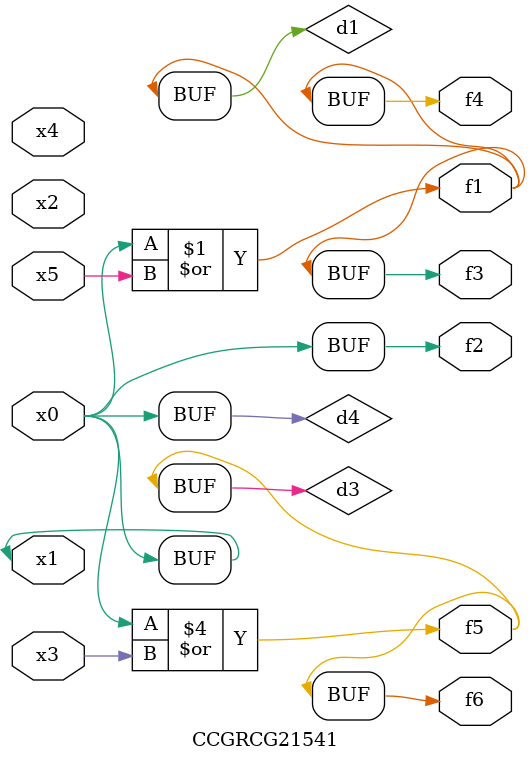
<source format=v>
module CCGRCG21541(
	input x0, x1, x2, x3, x4, x5,
	output f1, f2, f3, f4, f5, f6
);

	wire d1, d2, d3, d4;

	or (d1, x0, x5);
	xnor (d2, x1, x4);
	or (d3, x0, x3);
	buf (d4, x0, x1);
	assign f1 = d1;
	assign f2 = d4;
	assign f3 = d1;
	assign f4 = d1;
	assign f5 = d3;
	assign f6 = d3;
endmodule

</source>
